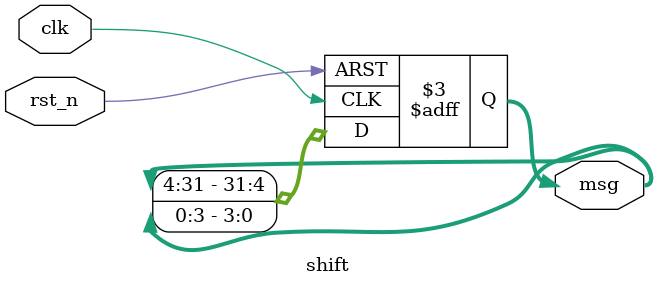
<source format=v>
`timescale 1ns / 1ps
module shift(clk,rst_n,msg);
input clk,rst_n;
// ½«ÒªÏÔÊ¾µÄ¡°HELLO¡±×Ö·ûºÍ¡°12345¡±Ò»Ò»¶ÔÓ¦
output reg [0:31] msg;  // ´æ´¢×Ö·ûÐÅÏ¢
parameter array = 32'h12345000; // "HELLO"Ö»ÓÃÇ°ÎåÎ»£¬ºóÃæÈýÎ»¶¨ÒåÎª¡°0¡±

always @(posedge clk or negedge rst_n)
begin
    if(~rst_n) msg <= array;    // ³õÊ¼»¯×Ö·ûÐÅÏ¢
    else 
    begin
    // ÒÆÎ»
        msg[0:27] <= msg[4:31];
        msg[28:31] <= msg[0:3];
    end
end


endmodule

</source>
